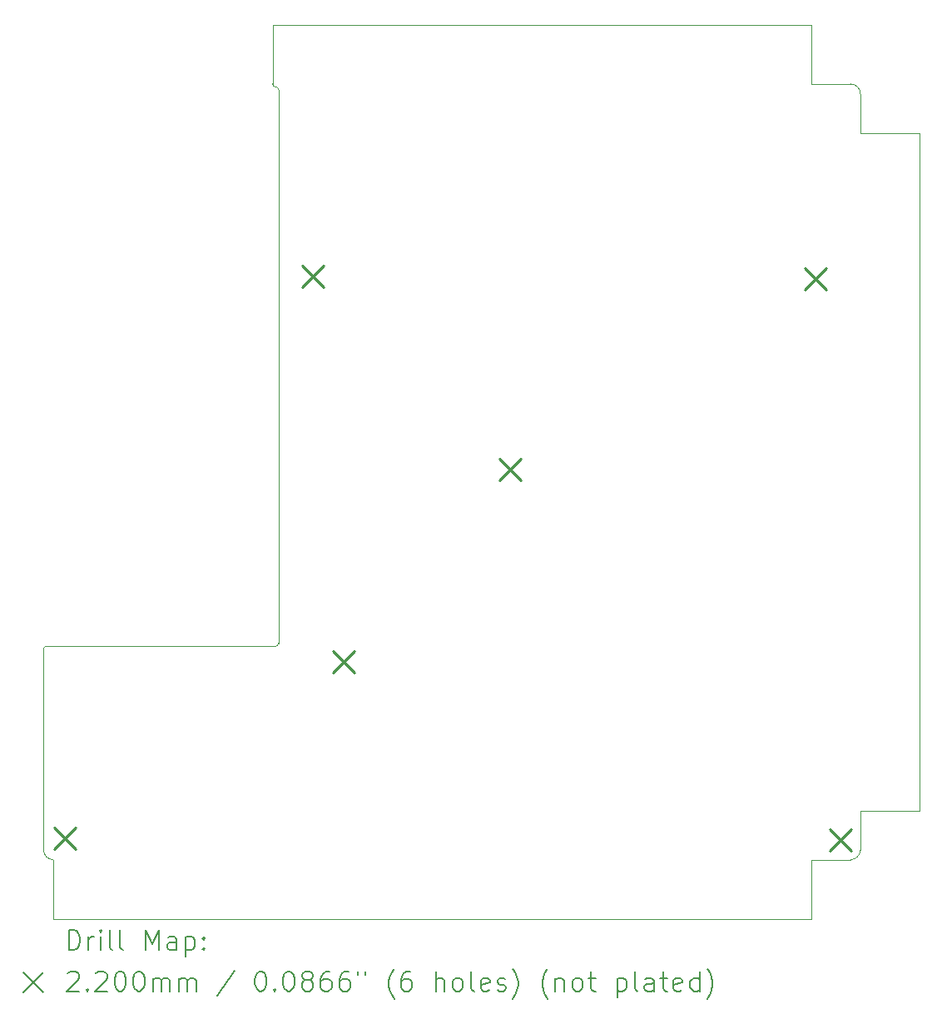
<source format=gbr>
%TF.GenerationSoftware,KiCad,Pcbnew,7.0.5*%
%TF.CreationDate,2024-01-01T18:42:32-08:00*%
%TF.ProjectId,plate,706c6174-652e-46b6-9963-61645f706362,rev?*%
%TF.SameCoordinates,Original*%
%TF.FileFunction,Drillmap*%
%TF.FilePolarity,Positive*%
%FSLAX45Y45*%
G04 Gerber Fmt 4.5, Leading zero omitted, Abs format (unit mm)*
G04 Created by KiCad (PCBNEW 7.0.5) date 2024-01-01 18:42:32*
%MOMM*%
%LPD*%
G01*
G04 APERTURE LIST*
%ADD10C,0.100000*%
%ADD11C,0.200000*%
%ADD12C,0.220000*%
G04 APERTURE END LIST*
D10*
X12890000Y-5780000D02*
G75*
G03*
X12920000Y-5810000I30000J0D01*
G01*
X18870000Y-13570000D02*
X18870000Y-13170000D01*
X18870000Y-5880000D02*
X18870000Y-6280000D01*
X18370000Y-5780000D02*
X18370000Y-5180000D01*
X18370000Y-13670000D02*
X18370000Y-14270000D01*
X19470000Y-6280000D02*
X18870000Y-6280000D01*
X18770000Y-5780000D02*
X18370000Y-5780000D01*
X18870000Y-13170000D02*
X19470000Y-13170000D01*
X19470000Y-6280000D02*
X19470000Y-13170000D01*
X12890000Y-5180000D02*
X12890000Y-5780000D01*
X18770000Y-13670000D02*
X18370000Y-13670000D01*
X18770000Y-13670000D02*
G75*
G03*
X18870000Y-13570000I0J100000D01*
G01*
X10590000Y-11500000D02*
X12920000Y-11500000D01*
X10660000Y-13670000D02*
X10660000Y-14270000D01*
X10560000Y-11530000D02*
X10560000Y-13570000D01*
X12920000Y-11500000D02*
G75*
G03*
X12950000Y-11470000I0J30000D01*
G01*
X18870000Y-5880000D02*
G75*
G03*
X18770000Y-5780000I-100000J0D01*
G01*
X18370000Y-14270000D02*
X10660000Y-14270000D01*
X18370000Y-5180000D02*
X12890000Y-5180000D01*
X12950000Y-5840000D02*
G75*
G03*
X12920000Y-5810000I-30000J0D01*
G01*
X12950000Y-5840000D02*
X12950000Y-11470000D01*
X10590000Y-11500000D02*
G75*
G03*
X10560000Y-11530000I0J-30000D01*
G01*
X10560000Y-13570000D02*
G75*
G03*
X10660000Y-13670000I100000J0D01*
G01*
D11*
D12*
X10670000Y-13340000D02*
X10890000Y-13560000D01*
X10890000Y-13340000D02*
X10670000Y-13560000D01*
X13190000Y-7630000D02*
X13410000Y-7850000D01*
X13410000Y-7630000D02*
X13190000Y-7850000D01*
X13500000Y-11550000D02*
X13720000Y-11770000D01*
X13720000Y-11550000D02*
X13500000Y-11770000D01*
X15200000Y-9590000D02*
X15420000Y-9810000D01*
X15420000Y-9590000D02*
X15200000Y-9810000D01*
X18300000Y-7650000D02*
X18520000Y-7870000D01*
X18520000Y-7650000D02*
X18300000Y-7870000D01*
X18560000Y-13360000D02*
X18780000Y-13580000D01*
X18780000Y-13360000D02*
X18560000Y-13580000D01*
D11*
X10815777Y-14586484D02*
X10815777Y-14386484D01*
X10815777Y-14386484D02*
X10863396Y-14386484D01*
X10863396Y-14386484D02*
X10891967Y-14396008D01*
X10891967Y-14396008D02*
X10911015Y-14415055D01*
X10911015Y-14415055D02*
X10920539Y-14434103D01*
X10920539Y-14434103D02*
X10930063Y-14472198D01*
X10930063Y-14472198D02*
X10930063Y-14500769D01*
X10930063Y-14500769D02*
X10920539Y-14538865D01*
X10920539Y-14538865D02*
X10911015Y-14557912D01*
X10911015Y-14557912D02*
X10891967Y-14576960D01*
X10891967Y-14576960D02*
X10863396Y-14586484D01*
X10863396Y-14586484D02*
X10815777Y-14586484D01*
X11015777Y-14586484D02*
X11015777Y-14453150D01*
X11015777Y-14491246D02*
X11025301Y-14472198D01*
X11025301Y-14472198D02*
X11034824Y-14462674D01*
X11034824Y-14462674D02*
X11053872Y-14453150D01*
X11053872Y-14453150D02*
X11072920Y-14453150D01*
X11139586Y-14586484D02*
X11139586Y-14453150D01*
X11139586Y-14386484D02*
X11130063Y-14396008D01*
X11130063Y-14396008D02*
X11139586Y-14405531D01*
X11139586Y-14405531D02*
X11149110Y-14396008D01*
X11149110Y-14396008D02*
X11139586Y-14386484D01*
X11139586Y-14386484D02*
X11139586Y-14405531D01*
X11263396Y-14586484D02*
X11244348Y-14576960D01*
X11244348Y-14576960D02*
X11234824Y-14557912D01*
X11234824Y-14557912D02*
X11234824Y-14386484D01*
X11368158Y-14586484D02*
X11349110Y-14576960D01*
X11349110Y-14576960D02*
X11339586Y-14557912D01*
X11339586Y-14557912D02*
X11339586Y-14386484D01*
X11596729Y-14586484D02*
X11596729Y-14386484D01*
X11596729Y-14386484D02*
X11663396Y-14529341D01*
X11663396Y-14529341D02*
X11730062Y-14386484D01*
X11730062Y-14386484D02*
X11730062Y-14586484D01*
X11911015Y-14586484D02*
X11911015Y-14481722D01*
X11911015Y-14481722D02*
X11901491Y-14462674D01*
X11901491Y-14462674D02*
X11882443Y-14453150D01*
X11882443Y-14453150D02*
X11844348Y-14453150D01*
X11844348Y-14453150D02*
X11825301Y-14462674D01*
X11911015Y-14576960D02*
X11891967Y-14586484D01*
X11891967Y-14586484D02*
X11844348Y-14586484D01*
X11844348Y-14586484D02*
X11825301Y-14576960D01*
X11825301Y-14576960D02*
X11815777Y-14557912D01*
X11815777Y-14557912D02*
X11815777Y-14538865D01*
X11815777Y-14538865D02*
X11825301Y-14519817D01*
X11825301Y-14519817D02*
X11844348Y-14510293D01*
X11844348Y-14510293D02*
X11891967Y-14510293D01*
X11891967Y-14510293D02*
X11911015Y-14500769D01*
X12006253Y-14453150D02*
X12006253Y-14653150D01*
X12006253Y-14462674D02*
X12025301Y-14453150D01*
X12025301Y-14453150D02*
X12063396Y-14453150D01*
X12063396Y-14453150D02*
X12082443Y-14462674D01*
X12082443Y-14462674D02*
X12091967Y-14472198D01*
X12091967Y-14472198D02*
X12101491Y-14491246D01*
X12101491Y-14491246D02*
X12101491Y-14548388D01*
X12101491Y-14548388D02*
X12091967Y-14567436D01*
X12091967Y-14567436D02*
X12082443Y-14576960D01*
X12082443Y-14576960D02*
X12063396Y-14586484D01*
X12063396Y-14586484D02*
X12025301Y-14586484D01*
X12025301Y-14586484D02*
X12006253Y-14576960D01*
X12187205Y-14567436D02*
X12196729Y-14576960D01*
X12196729Y-14576960D02*
X12187205Y-14586484D01*
X12187205Y-14586484D02*
X12177682Y-14576960D01*
X12177682Y-14576960D02*
X12187205Y-14567436D01*
X12187205Y-14567436D02*
X12187205Y-14586484D01*
X12187205Y-14462674D02*
X12196729Y-14472198D01*
X12196729Y-14472198D02*
X12187205Y-14481722D01*
X12187205Y-14481722D02*
X12177682Y-14472198D01*
X12177682Y-14472198D02*
X12187205Y-14462674D01*
X12187205Y-14462674D02*
X12187205Y-14481722D01*
X10355000Y-14815000D02*
X10555000Y-15015000D01*
X10555000Y-14815000D02*
X10355000Y-15015000D01*
X10806253Y-14825531D02*
X10815777Y-14816008D01*
X10815777Y-14816008D02*
X10834824Y-14806484D01*
X10834824Y-14806484D02*
X10882444Y-14806484D01*
X10882444Y-14806484D02*
X10901491Y-14816008D01*
X10901491Y-14816008D02*
X10911015Y-14825531D01*
X10911015Y-14825531D02*
X10920539Y-14844579D01*
X10920539Y-14844579D02*
X10920539Y-14863627D01*
X10920539Y-14863627D02*
X10911015Y-14892198D01*
X10911015Y-14892198D02*
X10796729Y-15006484D01*
X10796729Y-15006484D02*
X10920539Y-15006484D01*
X11006253Y-14987436D02*
X11015777Y-14996960D01*
X11015777Y-14996960D02*
X11006253Y-15006484D01*
X11006253Y-15006484D02*
X10996729Y-14996960D01*
X10996729Y-14996960D02*
X11006253Y-14987436D01*
X11006253Y-14987436D02*
X11006253Y-15006484D01*
X11091967Y-14825531D02*
X11101491Y-14816008D01*
X11101491Y-14816008D02*
X11120539Y-14806484D01*
X11120539Y-14806484D02*
X11168158Y-14806484D01*
X11168158Y-14806484D02*
X11187205Y-14816008D01*
X11187205Y-14816008D02*
X11196729Y-14825531D01*
X11196729Y-14825531D02*
X11206253Y-14844579D01*
X11206253Y-14844579D02*
X11206253Y-14863627D01*
X11206253Y-14863627D02*
X11196729Y-14892198D01*
X11196729Y-14892198D02*
X11082444Y-15006484D01*
X11082444Y-15006484D02*
X11206253Y-15006484D01*
X11330062Y-14806484D02*
X11349110Y-14806484D01*
X11349110Y-14806484D02*
X11368158Y-14816008D01*
X11368158Y-14816008D02*
X11377682Y-14825531D01*
X11377682Y-14825531D02*
X11387205Y-14844579D01*
X11387205Y-14844579D02*
X11396729Y-14882674D01*
X11396729Y-14882674D02*
X11396729Y-14930293D01*
X11396729Y-14930293D02*
X11387205Y-14968388D01*
X11387205Y-14968388D02*
X11377682Y-14987436D01*
X11377682Y-14987436D02*
X11368158Y-14996960D01*
X11368158Y-14996960D02*
X11349110Y-15006484D01*
X11349110Y-15006484D02*
X11330062Y-15006484D01*
X11330062Y-15006484D02*
X11311015Y-14996960D01*
X11311015Y-14996960D02*
X11301491Y-14987436D01*
X11301491Y-14987436D02*
X11291967Y-14968388D01*
X11291967Y-14968388D02*
X11282443Y-14930293D01*
X11282443Y-14930293D02*
X11282443Y-14882674D01*
X11282443Y-14882674D02*
X11291967Y-14844579D01*
X11291967Y-14844579D02*
X11301491Y-14825531D01*
X11301491Y-14825531D02*
X11311015Y-14816008D01*
X11311015Y-14816008D02*
X11330062Y-14806484D01*
X11520539Y-14806484D02*
X11539586Y-14806484D01*
X11539586Y-14806484D02*
X11558634Y-14816008D01*
X11558634Y-14816008D02*
X11568158Y-14825531D01*
X11568158Y-14825531D02*
X11577682Y-14844579D01*
X11577682Y-14844579D02*
X11587205Y-14882674D01*
X11587205Y-14882674D02*
X11587205Y-14930293D01*
X11587205Y-14930293D02*
X11577682Y-14968388D01*
X11577682Y-14968388D02*
X11568158Y-14987436D01*
X11568158Y-14987436D02*
X11558634Y-14996960D01*
X11558634Y-14996960D02*
X11539586Y-15006484D01*
X11539586Y-15006484D02*
X11520539Y-15006484D01*
X11520539Y-15006484D02*
X11501491Y-14996960D01*
X11501491Y-14996960D02*
X11491967Y-14987436D01*
X11491967Y-14987436D02*
X11482443Y-14968388D01*
X11482443Y-14968388D02*
X11472920Y-14930293D01*
X11472920Y-14930293D02*
X11472920Y-14882674D01*
X11472920Y-14882674D02*
X11482443Y-14844579D01*
X11482443Y-14844579D02*
X11491967Y-14825531D01*
X11491967Y-14825531D02*
X11501491Y-14816008D01*
X11501491Y-14816008D02*
X11520539Y-14806484D01*
X11672920Y-15006484D02*
X11672920Y-14873150D01*
X11672920Y-14892198D02*
X11682443Y-14882674D01*
X11682443Y-14882674D02*
X11701491Y-14873150D01*
X11701491Y-14873150D02*
X11730063Y-14873150D01*
X11730063Y-14873150D02*
X11749110Y-14882674D01*
X11749110Y-14882674D02*
X11758634Y-14901722D01*
X11758634Y-14901722D02*
X11758634Y-15006484D01*
X11758634Y-14901722D02*
X11768158Y-14882674D01*
X11768158Y-14882674D02*
X11787205Y-14873150D01*
X11787205Y-14873150D02*
X11815777Y-14873150D01*
X11815777Y-14873150D02*
X11834824Y-14882674D01*
X11834824Y-14882674D02*
X11844348Y-14901722D01*
X11844348Y-14901722D02*
X11844348Y-15006484D01*
X11939586Y-15006484D02*
X11939586Y-14873150D01*
X11939586Y-14892198D02*
X11949110Y-14882674D01*
X11949110Y-14882674D02*
X11968158Y-14873150D01*
X11968158Y-14873150D02*
X11996729Y-14873150D01*
X11996729Y-14873150D02*
X12015777Y-14882674D01*
X12015777Y-14882674D02*
X12025301Y-14901722D01*
X12025301Y-14901722D02*
X12025301Y-15006484D01*
X12025301Y-14901722D02*
X12034824Y-14882674D01*
X12034824Y-14882674D02*
X12053872Y-14873150D01*
X12053872Y-14873150D02*
X12082443Y-14873150D01*
X12082443Y-14873150D02*
X12101491Y-14882674D01*
X12101491Y-14882674D02*
X12111015Y-14901722D01*
X12111015Y-14901722D02*
X12111015Y-15006484D01*
X12501491Y-14796960D02*
X12330063Y-15054103D01*
X12758634Y-14806484D02*
X12777682Y-14806484D01*
X12777682Y-14806484D02*
X12796729Y-14816008D01*
X12796729Y-14816008D02*
X12806253Y-14825531D01*
X12806253Y-14825531D02*
X12815777Y-14844579D01*
X12815777Y-14844579D02*
X12825301Y-14882674D01*
X12825301Y-14882674D02*
X12825301Y-14930293D01*
X12825301Y-14930293D02*
X12815777Y-14968388D01*
X12815777Y-14968388D02*
X12806253Y-14987436D01*
X12806253Y-14987436D02*
X12796729Y-14996960D01*
X12796729Y-14996960D02*
X12777682Y-15006484D01*
X12777682Y-15006484D02*
X12758634Y-15006484D01*
X12758634Y-15006484D02*
X12739586Y-14996960D01*
X12739586Y-14996960D02*
X12730063Y-14987436D01*
X12730063Y-14987436D02*
X12720539Y-14968388D01*
X12720539Y-14968388D02*
X12711015Y-14930293D01*
X12711015Y-14930293D02*
X12711015Y-14882674D01*
X12711015Y-14882674D02*
X12720539Y-14844579D01*
X12720539Y-14844579D02*
X12730063Y-14825531D01*
X12730063Y-14825531D02*
X12739586Y-14816008D01*
X12739586Y-14816008D02*
X12758634Y-14806484D01*
X12911015Y-14987436D02*
X12920539Y-14996960D01*
X12920539Y-14996960D02*
X12911015Y-15006484D01*
X12911015Y-15006484D02*
X12901491Y-14996960D01*
X12901491Y-14996960D02*
X12911015Y-14987436D01*
X12911015Y-14987436D02*
X12911015Y-15006484D01*
X13044348Y-14806484D02*
X13063396Y-14806484D01*
X13063396Y-14806484D02*
X13082444Y-14816008D01*
X13082444Y-14816008D02*
X13091967Y-14825531D01*
X13091967Y-14825531D02*
X13101491Y-14844579D01*
X13101491Y-14844579D02*
X13111015Y-14882674D01*
X13111015Y-14882674D02*
X13111015Y-14930293D01*
X13111015Y-14930293D02*
X13101491Y-14968388D01*
X13101491Y-14968388D02*
X13091967Y-14987436D01*
X13091967Y-14987436D02*
X13082444Y-14996960D01*
X13082444Y-14996960D02*
X13063396Y-15006484D01*
X13063396Y-15006484D02*
X13044348Y-15006484D01*
X13044348Y-15006484D02*
X13025301Y-14996960D01*
X13025301Y-14996960D02*
X13015777Y-14987436D01*
X13015777Y-14987436D02*
X13006253Y-14968388D01*
X13006253Y-14968388D02*
X12996729Y-14930293D01*
X12996729Y-14930293D02*
X12996729Y-14882674D01*
X12996729Y-14882674D02*
X13006253Y-14844579D01*
X13006253Y-14844579D02*
X13015777Y-14825531D01*
X13015777Y-14825531D02*
X13025301Y-14816008D01*
X13025301Y-14816008D02*
X13044348Y-14806484D01*
X13225301Y-14892198D02*
X13206253Y-14882674D01*
X13206253Y-14882674D02*
X13196729Y-14873150D01*
X13196729Y-14873150D02*
X13187206Y-14854103D01*
X13187206Y-14854103D02*
X13187206Y-14844579D01*
X13187206Y-14844579D02*
X13196729Y-14825531D01*
X13196729Y-14825531D02*
X13206253Y-14816008D01*
X13206253Y-14816008D02*
X13225301Y-14806484D01*
X13225301Y-14806484D02*
X13263396Y-14806484D01*
X13263396Y-14806484D02*
X13282444Y-14816008D01*
X13282444Y-14816008D02*
X13291967Y-14825531D01*
X13291967Y-14825531D02*
X13301491Y-14844579D01*
X13301491Y-14844579D02*
X13301491Y-14854103D01*
X13301491Y-14854103D02*
X13291967Y-14873150D01*
X13291967Y-14873150D02*
X13282444Y-14882674D01*
X13282444Y-14882674D02*
X13263396Y-14892198D01*
X13263396Y-14892198D02*
X13225301Y-14892198D01*
X13225301Y-14892198D02*
X13206253Y-14901722D01*
X13206253Y-14901722D02*
X13196729Y-14911246D01*
X13196729Y-14911246D02*
X13187206Y-14930293D01*
X13187206Y-14930293D02*
X13187206Y-14968388D01*
X13187206Y-14968388D02*
X13196729Y-14987436D01*
X13196729Y-14987436D02*
X13206253Y-14996960D01*
X13206253Y-14996960D02*
X13225301Y-15006484D01*
X13225301Y-15006484D02*
X13263396Y-15006484D01*
X13263396Y-15006484D02*
X13282444Y-14996960D01*
X13282444Y-14996960D02*
X13291967Y-14987436D01*
X13291967Y-14987436D02*
X13301491Y-14968388D01*
X13301491Y-14968388D02*
X13301491Y-14930293D01*
X13301491Y-14930293D02*
X13291967Y-14911246D01*
X13291967Y-14911246D02*
X13282444Y-14901722D01*
X13282444Y-14901722D02*
X13263396Y-14892198D01*
X13472920Y-14806484D02*
X13434825Y-14806484D01*
X13434825Y-14806484D02*
X13415777Y-14816008D01*
X13415777Y-14816008D02*
X13406253Y-14825531D01*
X13406253Y-14825531D02*
X13387206Y-14854103D01*
X13387206Y-14854103D02*
X13377682Y-14892198D01*
X13377682Y-14892198D02*
X13377682Y-14968388D01*
X13377682Y-14968388D02*
X13387206Y-14987436D01*
X13387206Y-14987436D02*
X13396729Y-14996960D01*
X13396729Y-14996960D02*
X13415777Y-15006484D01*
X13415777Y-15006484D02*
X13453872Y-15006484D01*
X13453872Y-15006484D02*
X13472920Y-14996960D01*
X13472920Y-14996960D02*
X13482444Y-14987436D01*
X13482444Y-14987436D02*
X13491967Y-14968388D01*
X13491967Y-14968388D02*
X13491967Y-14920769D01*
X13491967Y-14920769D02*
X13482444Y-14901722D01*
X13482444Y-14901722D02*
X13472920Y-14892198D01*
X13472920Y-14892198D02*
X13453872Y-14882674D01*
X13453872Y-14882674D02*
X13415777Y-14882674D01*
X13415777Y-14882674D02*
X13396729Y-14892198D01*
X13396729Y-14892198D02*
X13387206Y-14901722D01*
X13387206Y-14901722D02*
X13377682Y-14920769D01*
X13663396Y-14806484D02*
X13625301Y-14806484D01*
X13625301Y-14806484D02*
X13606253Y-14816008D01*
X13606253Y-14816008D02*
X13596729Y-14825531D01*
X13596729Y-14825531D02*
X13577682Y-14854103D01*
X13577682Y-14854103D02*
X13568158Y-14892198D01*
X13568158Y-14892198D02*
X13568158Y-14968388D01*
X13568158Y-14968388D02*
X13577682Y-14987436D01*
X13577682Y-14987436D02*
X13587206Y-14996960D01*
X13587206Y-14996960D02*
X13606253Y-15006484D01*
X13606253Y-15006484D02*
X13644348Y-15006484D01*
X13644348Y-15006484D02*
X13663396Y-14996960D01*
X13663396Y-14996960D02*
X13672920Y-14987436D01*
X13672920Y-14987436D02*
X13682444Y-14968388D01*
X13682444Y-14968388D02*
X13682444Y-14920769D01*
X13682444Y-14920769D02*
X13672920Y-14901722D01*
X13672920Y-14901722D02*
X13663396Y-14892198D01*
X13663396Y-14892198D02*
X13644348Y-14882674D01*
X13644348Y-14882674D02*
X13606253Y-14882674D01*
X13606253Y-14882674D02*
X13587206Y-14892198D01*
X13587206Y-14892198D02*
X13577682Y-14901722D01*
X13577682Y-14901722D02*
X13568158Y-14920769D01*
X13758634Y-14806484D02*
X13758634Y-14844579D01*
X13834825Y-14806484D02*
X13834825Y-14844579D01*
X14130063Y-15082674D02*
X14120539Y-15073150D01*
X14120539Y-15073150D02*
X14101491Y-15044579D01*
X14101491Y-15044579D02*
X14091968Y-15025531D01*
X14091968Y-15025531D02*
X14082444Y-14996960D01*
X14082444Y-14996960D02*
X14072920Y-14949341D01*
X14072920Y-14949341D02*
X14072920Y-14911246D01*
X14072920Y-14911246D02*
X14082444Y-14863627D01*
X14082444Y-14863627D02*
X14091968Y-14835055D01*
X14091968Y-14835055D02*
X14101491Y-14816008D01*
X14101491Y-14816008D02*
X14120539Y-14787436D01*
X14120539Y-14787436D02*
X14130063Y-14777912D01*
X14291968Y-14806484D02*
X14253872Y-14806484D01*
X14253872Y-14806484D02*
X14234825Y-14816008D01*
X14234825Y-14816008D02*
X14225301Y-14825531D01*
X14225301Y-14825531D02*
X14206253Y-14854103D01*
X14206253Y-14854103D02*
X14196729Y-14892198D01*
X14196729Y-14892198D02*
X14196729Y-14968388D01*
X14196729Y-14968388D02*
X14206253Y-14987436D01*
X14206253Y-14987436D02*
X14215777Y-14996960D01*
X14215777Y-14996960D02*
X14234825Y-15006484D01*
X14234825Y-15006484D02*
X14272920Y-15006484D01*
X14272920Y-15006484D02*
X14291968Y-14996960D01*
X14291968Y-14996960D02*
X14301491Y-14987436D01*
X14301491Y-14987436D02*
X14311015Y-14968388D01*
X14311015Y-14968388D02*
X14311015Y-14920769D01*
X14311015Y-14920769D02*
X14301491Y-14901722D01*
X14301491Y-14901722D02*
X14291968Y-14892198D01*
X14291968Y-14892198D02*
X14272920Y-14882674D01*
X14272920Y-14882674D02*
X14234825Y-14882674D01*
X14234825Y-14882674D02*
X14215777Y-14892198D01*
X14215777Y-14892198D02*
X14206253Y-14901722D01*
X14206253Y-14901722D02*
X14196729Y-14920769D01*
X14549110Y-15006484D02*
X14549110Y-14806484D01*
X14634825Y-15006484D02*
X14634825Y-14901722D01*
X14634825Y-14901722D02*
X14625301Y-14882674D01*
X14625301Y-14882674D02*
X14606253Y-14873150D01*
X14606253Y-14873150D02*
X14577682Y-14873150D01*
X14577682Y-14873150D02*
X14558634Y-14882674D01*
X14558634Y-14882674D02*
X14549110Y-14892198D01*
X14758634Y-15006484D02*
X14739587Y-14996960D01*
X14739587Y-14996960D02*
X14730063Y-14987436D01*
X14730063Y-14987436D02*
X14720539Y-14968388D01*
X14720539Y-14968388D02*
X14720539Y-14911246D01*
X14720539Y-14911246D02*
X14730063Y-14892198D01*
X14730063Y-14892198D02*
X14739587Y-14882674D01*
X14739587Y-14882674D02*
X14758634Y-14873150D01*
X14758634Y-14873150D02*
X14787206Y-14873150D01*
X14787206Y-14873150D02*
X14806253Y-14882674D01*
X14806253Y-14882674D02*
X14815777Y-14892198D01*
X14815777Y-14892198D02*
X14825301Y-14911246D01*
X14825301Y-14911246D02*
X14825301Y-14968388D01*
X14825301Y-14968388D02*
X14815777Y-14987436D01*
X14815777Y-14987436D02*
X14806253Y-14996960D01*
X14806253Y-14996960D02*
X14787206Y-15006484D01*
X14787206Y-15006484D02*
X14758634Y-15006484D01*
X14939587Y-15006484D02*
X14920539Y-14996960D01*
X14920539Y-14996960D02*
X14911015Y-14977912D01*
X14911015Y-14977912D02*
X14911015Y-14806484D01*
X15091968Y-14996960D02*
X15072920Y-15006484D01*
X15072920Y-15006484D02*
X15034825Y-15006484D01*
X15034825Y-15006484D02*
X15015777Y-14996960D01*
X15015777Y-14996960D02*
X15006253Y-14977912D01*
X15006253Y-14977912D02*
X15006253Y-14901722D01*
X15006253Y-14901722D02*
X15015777Y-14882674D01*
X15015777Y-14882674D02*
X15034825Y-14873150D01*
X15034825Y-14873150D02*
X15072920Y-14873150D01*
X15072920Y-14873150D02*
X15091968Y-14882674D01*
X15091968Y-14882674D02*
X15101491Y-14901722D01*
X15101491Y-14901722D02*
X15101491Y-14920769D01*
X15101491Y-14920769D02*
X15006253Y-14939817D01*
X15177682Y-14996960D02*
X15196730Y-15006484D01*
X15196730Y-15006484D02*
X15234825Y-15006484D01*
X15234825Y-15006484D02*
X15253872Y-14996960D01*
X15253872Y-14996960D02*
X15263396Y-14977912D01*
X15263396Y-14977912D02*
X15263396Y-14968388D01*
X15263396Y-14968388D02*
X15253872Y-14949341D01*
X15253872Y-14949341D02*
X15234825Y-14939817D01*
X15234825Y-14939817D02*
X15206253Y-14939817D01*
X15206253Y-14939817D02*
X15187206Y-14930293D01*
X15187206Y-14930293D02*
X15177682Y-14911246D01*
X15177682Y-14911246D02*
X15177682Y-14901722D01*
X15177682Y-14901722D02*
X15187206Y-14882674D01*
X15187206Y-14882674D02*
X15206253Y-14873150D01*
X15206253Y-14873150D02*
X15234825Y-14873150D01*
X15234825Y-14873150D02*
X15253872Y-14882674D01*
X15330063Y-15082674D02*
X15339587Y-15073150D01*
X15339587Y-15073150D02*
X15358634Y-15044579D01*
X15358634Y-15044579D02*
X15368158Y-15025531D01*
X15368158Y-15025531D02*
X15377682Y-14996960D01*
X15377682Y-14996960D02*
X15387206Y-14949341D01*
X15387206Y-14949341D02*
X15387206Y-14911246D01*
X15387206Y-14911246D02*
X15377682Y-14863627D01*
X15377682Y-14863627D02*
X15368158Y-14835055D01*
X15368158Y-14835055D02*
X15358634Y-14816008D01*
X15358634Y-14816008D02*
X15339587Y-14787436D01*
X15339587Y-14787436D02*
X15330063Y-14777912D01*
X15691968Y-15082674D02*
X15682444Y-15073150D01*
X15682444Y-15073150D02*
X15663396Y-15044579D01*
X15663396Y-15044579D02*
X15653872Y-15025531D01*
X15653872Y-15025531D02*
X15644349Y-14996960D01*
X15644349Y-14996960D02*
X15634825Y-14949341D01*
X15634825Y-14949341D02*
X15634825Y-14911246D01*
X15634825Y-14911246D02*
X15644349Y-14863627D01*
X15644349Y-14863627D02*
X15653872Y-14835055D01*
X15653872Y-14835055D02*
X15663396Y-14816008D01*
X15663396Y-14816008D02*
X15682444Y-14787436D01*
X15682444Y-14787436D02*
X15691968Y-14777912D01*
X15768158Y-14873150D02*
X15768158Y-15006484D01*
X15768158Y-14892198D02*
X15777682Y-14882674D01*
X15777682Y-14882674D02*
X15796730Y-14873150D01*
X15796730Y-14873150D02*
X15825301Y-14873150D01*
X15825301Y-14873150D02*
X15844349Y-14882674D01*
X15844349Y-14882674D02*
X15853872Y-14901722D01*
X15853872Y-14901722D02*
X15853872Y-15006484D01*
X15977682Y-15006484D02*
X15958634Y-14996960D01*
X15958634Y-14996960D02*
X15949111Y-14987436D01*
X15949111Y-14987436D02*
X15939587Y-14968388D01*
X15939587Y-14968388D02*
X15939587Y-14911246D01*
X15939587Y-14911246D02*
X15949111Y-14892198D01*
X15949111Y-14892198D02*
X15958634Y-14882674D01*
X15958634Y-14882674D02*
X15977682Y-14873150D01*
X15977682Y-14873150D02*
X16006253Y-14873150D01*
X16006253Y-14873150D02*
X16025301Y-14882674D01*
X16025301Y-14882674D02*
X16034825Y-14892198D01*
X16034825Y-14892198D02*
X16044349Y-14911246D01*
X16044349Y-14911246D02*
X16044349Y-14968388D01*
X16044349Y-14968388D02*
X16034825Y-14987436D01*
X16034825Y-14987436D02*
X16025301Y-14996960D01*
X16025301Y-14996960D02*
X16006253Y-15006484D01*
X16006253Y-15006484D02*
X15977682Y-15006484D01*
X16101492Y-14873150D02*
X16177682Y-14873150D01*
X16130063Y-14806484D02*
X16130063Y-14977912D01*
X16130063Y-14977912D02*
X16139587Y-14996960D01*
X16139587Y-14996960D02*
X16158634Y-15006484D01*
X16158634Y-15006484D02*
X16177682Y-15006484D01*
X16396730Y-14873150D02*
X16396730Y-15073150D01*
X16396730Y-14882674D02*
X16415777Y-14873150D01*
X16415777Y-14873150D02*
X16453873Y-14873150D01*
X16453873Y-14873150D02*
X16472920Y-14882674D01*
X16472920Y-14882674D02*
X16482444Y-14892198D01*
X16482444Y-14892198D02*
X16491968Y-14911246D01*
X16491968Y-14911246D02*
X16491968Y-14968388D01*
X16491968Y-14968388D02*
X16482444Y-14987436D01*
X16482444Y-14987436D02*
X16472920Y-14996960D01*
X16472920Y-14996960D02*
X16453873Y-15006484D01*
X16453873Y-15006484D02*
X16415777Y-15006484D01*
X16415777Y-15006484D02*
X16396730Y-14996960D01*
X16606253Y-15006484D02*
X16587206Y-14996960D01*
X16587206Y-14996960D02*
X16577682Y-14977912D01*
X16577682Y-14977912D02*
X16577682Y-14806484D01*
X16768158Y-15006484D02*
X16768158Y-14901722D01*
X16768158Y-14901722D02*
X16758634Y-14882674D01*
X16758634Y-14882674D02*
X16739587Y-14873150D01*
X16739587Y-14873150D02*
X16701492Y-14873150D01*
X16701492Y-14873150D02*
X16682444Y-14882674D01*
X16768158Y-14996960D02*
X16749111Y-15006484D01*
X16749111Y-15006484D02*
X16701492Y-15006484D01*
X16701492Y-15006484D02*
X16682444Y-14996960D01*
X16682444Y-14996960D02*
X16672920Y-14977912D01*
X16672920Y-14977912D02*
X16672920Y-14958865D01*
X16672920Y-14958865D02*
X16682444Y-14939817D01*
X16682444Y-14939817D02*
X16701492Y-14930293D01*
X16701492Y-14930293D02*
X16749111Y-14930293D01*
X16749111Y-14930293D02*
X16768158Y-14920769D01*
X16834825Y-14873150D02*
X16911015Y-14873150D01*
X16863396Y-14806484D02*
X16863396Y-14977912D01*
X16863396Y-14977912D02*
X16872920Y-14996960D01*
X16872920Y-14996960D02*
X16891968Y-15006484D01*
X16891968Y-15006484D02*
X16911015Y-15006484D01*
X17053873Y-14996960D02*
X17034825Y-15006484D01*
X17034825Y-15006484D02*
X16996730Y-15006484D01*
X16996730Y-15006484D02*
X16977682Y-14996960D01*
X16977682Y-14996960D02*
X16968158Y-14977912D01*
X16968158Y-14977912D02*
X16968158Y-14901722D01*
X16968158Y-14901722D02*
X16977682Y-14882674D01*
X16977682Y-14882674D02*
X16996730Y-14873150D01*
X16996730Y-14873150D02*
X17034825Y-14873150D01*
X17034825Y-14873150D02*
X17053873Y-14882674D01*
X17053873Y-14882674D02*
X17063396Y-14901722D01*
X17063396Y-14901722D02*
X17063396Y-14920769D01*
X17063396Y-14920769D02*
X16968158Y-14939817D01*
X17234825Y-15006484D02*
X17234825Y-14806484D01*
X17234825Y-14996960D02*
X17215777Y-15006484D01*
X17215777Y-15006484D02*
X17177682Y-15006484D01*
X17177682Y-15006484D02*
X17158635Y-14996960D01*
X17158635Y-14996960D02*
X17149111Y-14987436D01*
X17149111Y-14987436D02*
X17139587Y-14968388D01*
X17139587Y-14968388D02*
X17139587Y-14911246D01*
X17139587Y-14911246D02*
X17149111Y-14892198D01*
X17149111Y-14892198D02*
X17158635Y-14882674D01*
X17158635Y-14882674D02*
X17177682Y-14873150D01*
X17177682Y-14873150D02*
X17215777Y-14873150D01*
X17215777Y-14873150D02*
X17234825Y-14882674D01*
X17311016Y-15082674D02*
X17320539Y-15073150D01*
X17320539Y-15073150D02*
X17339587Y-15044579D01*
X17339587Y-15044579D02*
X17349111Y-15025531D01*
X17349111Y-15025531D02*
X17358635Y-14996960D01*
X17358635Y-14996960D02*
X17368158Y-14949341D01*
X17368158Y-14949341D02*
X17368158Y-14911246D01*
X17368158Y-14911246D02*
X17358635Y-14863627D01*
X17358635Y-14863627D02*
X17349111Y-14835055D01*
X17349111Y-14835055D02*
X17339587Y-14816008D01*
X17339587Y-14816008D02*
X17320539Y-14787436D01*
X17320539Y-14787436D02*
X17311016Y-14777912D01*
M02*

</source>
